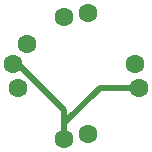
<source format=gtl>
%TF.GenerationSoftware,KiCad,Pcbnew,7.0.5*%
%TF.CreationDate,2023-06-18T14:42:25+02:00*%
%TF.ProjectId,RH_RKJXM1015004_FacePlateTilted,52485f52-4b4a-4584-9d31-303135303034,rev?*%
%TF.SameCoordinates,Original*%
%TF.FileFunction,Copper,L1,Top*%
%TF.FilePolarity,Positive*%
%FSLAX46Y46*%
G04 Gerber Fmt 4.6, Leading zero omitted, Abs format (unit mm)*
G04 Created by KiCad (PCBNEW 7.0.5) date 2023-06-18 14:42:25*
%MOMM*%
%LPD*%
G01*
G04 APERTURE LIST*
%TA.AperFunction,ComponentPad*%
%ADD10C,1.600000*%
%TD*%
%TA.AperFunction,Conductor*%
%ADD11C,0.500000*%
%TD*%
G04 APERTURE END LIST*
D10*
X47850000Y-54300000D03*
X46650000Y-56000000D03*
X51000000Y-62350000D03*
X57350000Y-58000000D03*
X53000000Y-51650000D03*
X53000000Y-61950000D03*
X56950000Y-56000000D03*
X51000000Y-52050000D03*
X47050000Y-58000000D03*
D11*
X51000000Y-59925000D02*
X47075000Y-56000000D01*
X51000000Y-62350000D02*
X51000000Y-59925000D01*
X47075000Y-56000000D02*
X46650000Y-56000000D01*
X51000000Y-61000000D02*
X51000000Y-62350000D01*
X57350000Y-58000000D02*
X54000000Y-58000000D01*
X54000000Y-58000000D02*
X51000000Y-61000000D01*
M02*

</source>
